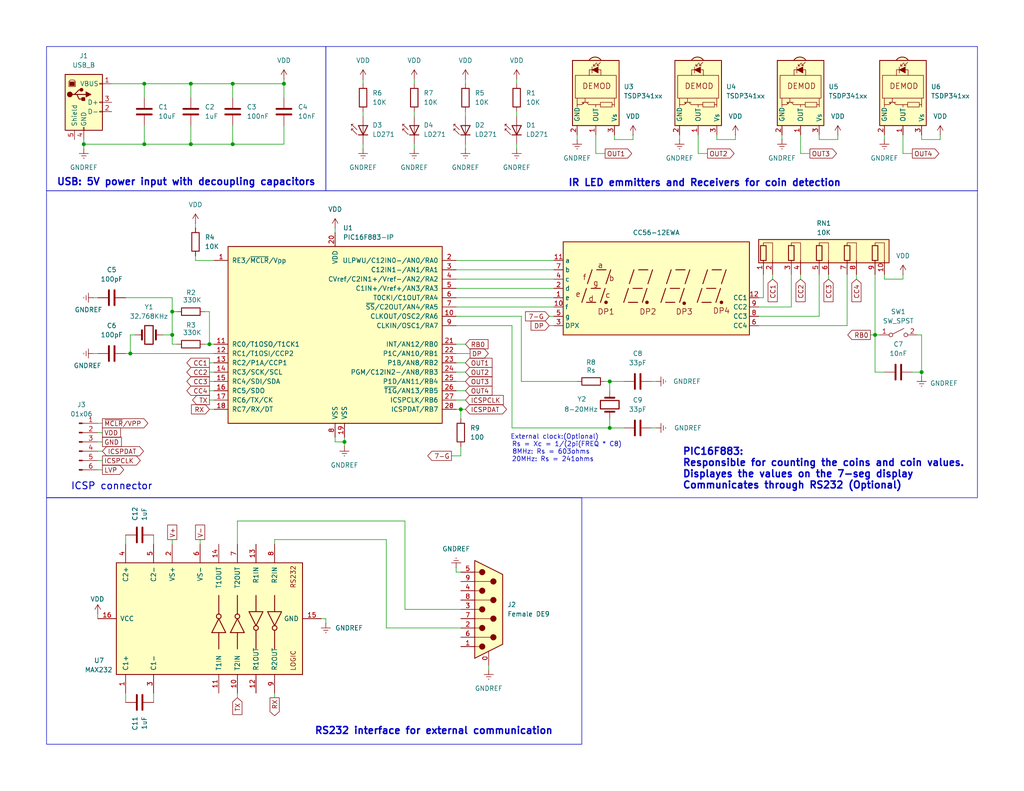
<source format=kicad_sch>
(kicad_sch (version 20250114) (generator "eeschema") (generator_version "9.0")
  (paper "A")
  (title_block (title "Coin Counter") (date "2025-09-20") (rev "A") (company "New Jersey Institute of Technology"))
  (lib_symbols
    (symbol "Connector:Conn_01x06_Pin" (pin_names (offset 1.016) (hide yes))
      (property "Reference" "J" (at 0 7.62 0))
      (property "Value" "Conn_01x06_Pin" (at 0 -10.16 0))
      (symbol "Conn_01x06_Pin_1_1"
        (pin passive line (at 5.08 5.08 180) (length 3.81) (name "Pin_1") (number "1"))
        (pin passive line (at 5.08 2.54 180) (length 3.81) (name "Pin_2") (number "2"))
        (pin passive line (at 5.08 0 180) (length 3.81) (name "Pin_3") (number "3"))
        (pin passive line (at 5.08 -2.54 180) (length 3.81) (name "Pin_4") (number "4"))
        (pin passive line (at 5.08 -5.08 180) (length 3.81) (name "Pin_5") (number "5"))
        (pin passive line (at 5.08 -7.62 180) (length 3.81) (name "Pin_6") (number "6"))
      )
    )
    (symbol "Connector:DE9_Pins_MountingHoles" (pin_names (offset 1.016) (hide yes))
      (property "Reference" "J" (at 0 16.51 0))
      (property "Value" "DE9_Pins_MountingHoles" (at 0 14.605 0))
      (symbol "DE9_Pins_MountingHoles_1_1"
        (pin passive line (at -7.62 10.16 0) (length 3.81) (name "5") (number "5"))
        (pin passive line (at -7.62 7.62 0) (length 3.81) (name "9") (number "9"))
        (pin passive line (at -7.62 5.08 0) (length 3.81) (name "4") (number "4"))
        (pin passive line (at -7.62 2.54 0) (length 3.81) (name "8") (number "8"))
        (pin passive line (at -7.62 0 0) (length 3.81) (name "3") (number "3"))
        (pin passive line (at -7.62 -2.54 0) (length 3.81) (name "7") (number "7"))
        (pin passive line (at -7.62 -5.08 0) (length 3.81) (name "2") (number "2"))
        (pin passive line (at -7.62 -7.62 0) (length 3.81) (name "6") (number "6"))
        (pin passive line (at -7.62 -10.16 0) (length 3.81) (name "1") (number "1"))
        (pin passive line (at 0 -15.24 90) (length 3.81) (name "PAD") (number "0"))
      )
    )
    (symbol "Connector:USB_B" (pin_names (offset 1.016))
      (property "Reference" "J" (at -5.08 11.43 0))
      (property "Value" "USB_B" (at -5.08 8.89 0))
      (symbol "USB_B_1_1"
        (pin passive line (at -2.54 -10.16 90) (length 2.54) (name "Shield") (number "5"))
        (pin power_out line (at 0 -10.16 90) (length 2.54) (name "GND") (number "4"))
        (pin power_out line (at 7.62 5.08 180) (length 2.54) (name "VBUS") (number "1"))
        (pin bidirectional line (at 7.62 0 180) (length 2.54) (name "D+") (number "3"))
        (pin bidirectional line (at 7.62 -2.54 180) (length 2.54) (name "D-") (number "2"))
      )
    )
    (symbol "Device:C" (pin_numbers (hide yes)) (pin_names (offset 0.254))
      (property "Reference" "C" (at 0.635 2.54 0))
      (property "Value" "C" (at 0.635 -2.54 0))
      (symbol "C_1_1"
        (pin passive line (at 0 3.81 270) (length 2.794) (name "~") (number "1"))
        (pin passive line (at 0 -3.81 90) (length 2.794) (name "~") (number "2"))
      )
    )
    (symbol "Device:Crystal" (pin_numbers (hide yes)) (pin_names (offset 1.016) (hide yes))
      (property "Reference" "Y" (at 0 3.81 0))
      (property "Value" "Crystal" (at 0 -3.81 0))
      (symbol "Crystal_1_1"
        (pin passive line (at -3.81 0 0) (length 1.27) (name "1") (number "1"))
        (pin passive line (at 3.81 0 180) (length 1.27) (name "2") (number "2"))
      )
    )
    (symbol "Device:R" (pin_numbers (hide yes)) (pin_names (offset 0))
      (property "Reference" "R" (at 2.032 0 90))
      (property "Value" "R" (at 0 0 90))
      (symbol "R_1_1"
        (pin passive line (at 0 3.81 270) (length 1.27) (name "~") (number "1"))
        (pin passive line (at 0 -3.81 90) (length 1.27) (name "~") (number "2"))
      )
    )
    (symbol "Device:R_Pack05_SIP" (pin_names (offset 0) (hide yes))
      (property "Reference" "RN" (at -17.78 0 90))
      (property "Value" "R_Pack05_SIP" (at 20.32 0 90))
      (symbol "R_Pack05_SIP_1_1"
        (pin passive line (at -15.24 -5.08 90) (length 3.81) (name "R1.1") (number "1"))
        (pin passive line (at -12.7 -5.08 90) (length 3.81) (name "R1.2") (number "2"))
        (pin passive line (at -7.62 -5.08 90) (length 3.81) (name "R2.1") (number "3"))
        (pin passive line (at -5.08 -5.08 90) (length 3.81) (name "R2.2") (number "4"))
        (pin passive line (at 0 -5.08 90) (length 3.81) (name "R3.1") (number "5"))
        (pin passive line (at 2.54 -5.08 90) (length 3.81) (name "R3.2") (number "6"))
        (pin passive line (at 7.62 -5.08 90) (length 3.81) (name "R4.1") (number "7"))
        (pin passive line (at 10.16 -5.08 90) (length 3.81) (name "R4.2") (number "8"))
        (pin passive line (at 15.24 -5.08 90) (length 3.81) (name "R5.1") (number "9"))
        (pin passive line (at 17.78 -5.08 90) (length 3.81) (name "R5.2") (number "10"))
      )
    )
    (symbol "Display_Character:CC56-12EWA"
      (property "Reference" "U" (at -24.13 13.97 0))
      (property "Value" "CC56-12EWA" (at 19.05 13.97 0))
      (symbol "CC56-12EWA_0_0"
        (text "e" (at -21.336 -1.524 0) (effects (font (size 1.524 1.524))))
        (text "f" (at -19.558 3.048 0) (effects (font (size 1.524 1.524))))
        (text "d" (at -17.78 -2.794 0) (effects (font (size 1.524 1.524))))
        (text "g" (at -16.51 1.524 0) (effects (font (size 1.524 1.524))))
        (text "a" (at -15.24 6.35 0) (effects (font (size 1.524 1.524))))
        (text "DP1" (at -13.716 -6.35 0) (effects (font (size 1.524 1.524))))
        (text "c" (at -13.208 -1.778 0) (effects (font (size 1.524 1.524))))
        (text "b" (at -12.192 2.794 0) (effects (font (size 1.524 1.524))))
        (text "DP2" (at -2.286 -6.35 0) (effects (font (size 1.524 1.524))))
        (text "DP3" (at 7.62 -6.35 0) (effects (font (size 1.524 1.524))))
        (text "DP4" (at 17.78 -6.096 0) (effects (font (size 1.524 1.524))))
      )
      (symbol "CC56-12EWA_1_1"
        (pin input line (at -27.94 7.62 0) (length 2.54) (name "a") (number "11"))
        (pin input line (at -27.94 5.08 0) (length 2.54) (name "b") (number "7"))
        (pin input line (at -27.94 2.54 0) (length 2.54) (name "c") (number "4"))
        (pin input line (at -27.94 0 0) (length 2.54) (name "d") (number "2"))
        (pin input line (at -27.94 -2.54 0) (length 2.54) (name "e") (number "1"))
        (pin input line (at -27.94 -5.08 0) (length 2.54) (name "f") (number "10"))
        (pin input line (at -27.94 -7.62 0) (length 2.54) (name "g") (number "5"))
        (pin input line (at -27.94 -10.16 0) (length 2.54) (name "DPX") (number "3"))
        (pin input line (at 27.94 -2.54 180) (length 2.54) (name "CC1") (number "12"))
        (pin input line (at 27.94 -5.08 180) (length 2.54) (name "CC2") (number "9"))
        (pin input line (at 27.94 -7.62 180) (length 2.54) (name "CC3") (number "8"))
        (pin input line (at 27.94 -10.16 180) (length 2.54) (name "CC4") (number "6"))
      )
    )
    (symbol "Interface_Optical:TSDP341xx" (pin_names (offset 1.016))
      (property "Reference" "U" (at -10.16 7.62 0))
      (property "Value" "TSDP341xx" (at -10.16 -7.62 0))
      (symbol "TSDP341xx_0_0"
        (text "DEMOD" (at -3.175 0.254 900) (effects (font (size 1.524 1.524))))
      )
      (symbol "TSDP341xx_1_1"
        (pin power_in line (at 10.16 5.08 180) (length 2.54) (name "Vs") (number "3"))
        (pin output line (at 10.16 0 180) (length 2.54) (name "OUT") (number "1"))
        (pin power_in line (at 10.16 -5.08 180) (length 2.54) (name "GND") (number "2"))
      )
    )
    (symbol "Interface_UART:MAX232" (pin_names (offset 1.016))
      (property "Reference" "U" (at -2.54 28.575 0))
      (property "Value" "MAX232" (at -2.54 26.67 0))
      (symbol "MAX232_0_0"
        (text "LOGIC" (at -11.43 -22.86 0) (effects (font (size 1.27 1.27))))
        (text "RS232" (at 11.43 -22.86 0) (effects (font (size 1.27 1.27))))
      )
      (symbol "MAX232_1_1"
        (pin passive line (at -20.32 22.86 0) (length 5.08) (name "C1+") (number "1"))
        (pin passive line (at -20.32 15.24 0) (length 5.08) (name "C1-") (number "3"))
        (pin input line (at -20.32 -2.54 0) (length 5.08) (name "T1IN") (number "11"))
        (pin input line (at -20.32 -7.62 0) (length 5.08) (name "T2IN") (number "10"))
        (pin output line (at -20.32 -12.7 0) (length 5.08) (name "R1OUT") (number "12"))
        (pin output line (at -20.32 -17.78 0) (length 5.08) (name "R2OUT") (number "9"))
        (pin power_in line (at 0 30.48 270) (length 5.08) (name "VCC") (number "16"))
        (pin power_in line (at 0 -30.48 90) (length 5.08) (name "GND") (number "15"))
        (pin passive line (at 20.32 22.86 180) (length 5.08) (name "C2+") (number "4"))
        (pin passive line (at 20.32 15.24 180) (length 5.08) (name "C2-") (number "5"))
        (pin power_out line (at 20.32 10.16 180) (length 5.08) (name "VS+") (number "2"))
        (pin power_out line (at 20.32 2.54 180) (length 5.08) (name "VS-") (number "6"))
        (pin output line (at 20.32 -2.54 180) (length 5.08) (name "T1OUT") (number "14"))
        (pin output line (at 20.32 -7.62 180) (length 5.08) (name "T2OUT") (number "7"))
        (pin input line (at 20.32 -12.7 180) (length 5.08) (name "R1IN") (number "13"))
        (pin input line (at 20.32 -17.78 180) (length 5.08) (name "R2IN") (number "8"))
      )
    )
    (symbol "LED:LD271" (pin_numbers (hide yes)) (pin_names (offset 1.016) (hide yes))
      (property "Reference" "D" (at 0.508 1.778 0))
      (property "Value" "LD271" (at -1.016 -2.794 0))
      (symbol "LD271_1_1"
        (pin passive line (at -5.08 0 0) (length 2.54) (name "K") (number "1"))
        (pin passive line (at 2.54 0 180) (length 2.54) (name "A") (number "2"))
      )
    )
    (symbol "MCU_Microchip_PIC16:PIC16F883-IP" (pin_names (offset 1.016))
      (property "Reference" "U" (at 13.97 27.94 0))
      (property "Value" "PIC16F883-IP" (at 13.97 25.4 0))
      (symbol "PIC16F883-IP_1_1"
        (pin bidirectional line (at -33.02 20.32 0) (length 3.81) (name "RE3/~{MCLR}/Vpp") (number "1"))
        (pin bidirectional line (at -33.02 -2.54 0) (length 3.81) (name "RC0/T1OSO/T1CK1") (number "11"))
        (pin bidirectional line (at -33.02 -5.08 0) (length 3.81) (name "RC1/T1OSI/CCP2") (number "12"))
        (pin bidirectional line (at -33.02 -7.62 0) (length 3.81) (name "RC2/P1A/CCP1") (number "13"))
        (pin bidirectional line (at -33.02 -10.16 0) (length 3.81) (name "RC3/SCK/SCL") (number "14"))
        (pin bidirectional line (at -33.02 -12.7 0) (length 3.81) (name "RC4/SDI/SDA") (number "15"))
        (pin bidirectional line (at -33.02 -15.24 0) (length 3.81) (name "RC5/SDO") (number "16"))
        (pin bidirectional line (at -33.02 -17.78 0) (length 3.81) (name "RC6/TX/CK") (number "17"))
        (pin bidirectional line (at -33.02 -20.32 0) (length 3.81) (name "RC7/RX/DT") (number "18"))
        (pin power_in line (at 0 27.94 270) (length 3.81) (name "VDD") (number "20"))
        (pin power_in line (at 0 -27.94 90) (length 3.81) (name "VSS") (number "8"))
        (pin power_in line (at 2.54 -27.94 90) (length 3.81) (name "VSS") (number "19"))
        (pin bidirectional line (at 33.02 20.32 180) (length 3.81) (name "ULPWU/C12IN0-/AN0/RA0") (number "2"))
        (pin bidirectional line (at 33.02 17.78 180) (length 3.81) (name "C12IN1-/AN1/RA1") (number "3"))
        (pin bidirectional line (at 33.02 15.24 180) (length 3.81) (name "CVref/C2IN1+/Vref-/AN2/RA2") (number "4"))
        (pin bidirectional line (at 33.02 12.7 180) (length 3.81) (name "C1IN+/Vref+/AN3/RA3") (number "5"))
        (pin bidirectional line (at 33.02 10.16 180) (length 3.81) (name "T0CKI/C1OUT/RA4") (number "6"))
        (pin bidirectional line (at 33.02 7.62 180) (length 3.81) (name "~{SS}/C2OUT/AN4/RA5") (number "7"))
        (pin bidirectional line (at 33.02 5.08 180) (length 3.81) (name "CLKOUT/OSC2/RA6") (number "10"))
        (pin input line (at 33.02 2.54 180) (length 3.81) (name "CLKIN/OSC1/RA7") (number "9"))
        (pin bidirectional line (at 33.02 -2.54 180) (length 3.81) (name "INT/AN12/RB0") (number "21"))
        (pin bidirectional line (at 33.02 -5.08 180) (length 3.81) (name "P1C/AN10/RB1") (number "22"))
        (pin bidirectional line (at 33.02 -7.62 180) (length 3.81) (name "P1B/AN8/RB2") (number "23"))
        (pin bidirectional line (at 33.02 -10.16 180) (length 3.81) (name "PGM/C12IN2-/AN8/RB3") (number "24"))
        (pin bidirectional line (at 33.02 -12.7 180) (length 3.81) (name "P1D/AN11/RB4") (number "25"))
        (pin bidirectional line (at 33.02 -15.24 180) (length 3.81) (name "~{T1G}/AN13/RB5") (number "26"))
        (pin bidirectional line (at 33.02 -17.78 180) (length 3.81) (name "ICSPCLK/RB6") (number "27"))
        (pin bidirectional line (at 33.02 -20.32 180) (length 3.81) (name "ICSPDAT/RB7") (number "28"))
      )
    )
    (symbol "Switch:SW_SPST" (pin_names (offset 0) (hide yes))
      (property "Reference" "SW" (at 0 3.175 0))
      (property "Value" "SW_SPST" (at 0 -2.54 0))
      (symbol "SW_SPST_1_1"
        (pin passive line (at -5.08 0 0) (length 2.54) (name "A") (number "1"))
        (pin passive line (at 5.08 0 180) (length 2.54) (name "B") (number "2"))
      )
    )
    (symbol "power:GNDREF" (power) (pin_numbers (hide yes)) (pin_names (offset 0) (hide yes))
      (property "Value" "GNDREF" (at 0 -3.81 0))
      (symbol "GNDREF_1_1"
        (pin power_in line (at 0 0 270) (length 0) (name "~") (number "1"))
      )
    )
    (symbol "power:VDD" (power) (pin_numbers (hide yes)) (pin_names (offset 0) (hide yes))
      (property "Value" "VDD" (at 0 3.556 0))
      (symbol "VDD_1_1"
        (pin power_in line (at 0 0 90) (length 0) (name "~") (number "1"))
      )
    )
  )
  (rectangle (start 88.9 12.7) (end 266.7 52.07))
  (rectangle (start 12.7 12.7) (end 88.9 52.07))
  (rectangle (start 12.7 52.07) (end 266.7 135.89))
  (rectangle (start 12.7 135.89) (end 158.75 203.2))
  (text "  External clock:(Optional)\n	    Rs = Xc = 1/(2pi(FREQ * C8)\n8MHz: Rs = 603ohms\n 20MHz: Rs = 241ohms" (at 150.368 122.428 0) (effects (font (size 1.27 1.27))))
  (text "USB: 5V power input with decoupling capacitors" (at 50.8 49.784 0) (effects (font (size 1.905 1.905) (thickness 0.381) (bold yes))))
  (text "RS232 interface for external communication" (at 118.364 199.644 0) (effects (font (size 1.905 1.905) (thickness 0.381) (bold yes))))
  (text "PIC16F883:\nResponsible for counting the coins and coin values.\nDisplayes the values on the 7-seg display\nCommunicates through RS232 (Optional)\n" (at 186.182 128.016 0) (effects (font (size 1.905 1.905) (thickness 0.381) (bold yes)) (justify left)))
  (text "IR LED emmitters and Receivers for coin detection" (at 192.278 50.038 0) (effects (font (size 1.905 1.905) (thickness 0.381) (bold yes))))
  (text "ICSP connector" (at 30.48 132.842 0) (effects (font (size 1.905 1.905) (thickness 0.254) (bold yes))))
  (junction (at 93.98 120.65))
  (junction (at 166.37 116.84))
  (junction (at 35.56 96.52))
  (junction (at 77.47 22.86))
  (junction (at 22.86 39.37))
  (junction (at 39.37 39.37))
  (junction (at 52.07 39.37))
  (junction (at 46.99 85.09))
  (junction (at 63.5 22.86))
  (junction (at 57.15 93.98))
  (junction (at 39.37 22.86))
  (junction (at 52.07 22.86))
  (junction (at 63.5 39.37))
  (junction (at 46.99 91.44))
  (junction (at 125.73 111.76))
  (junction (at 251.46 101.6))
  (junction (at 166.37 104.14))
  (junction (at 238.76 91.44))
  (wire (pts (xy 39.37 22.86) (xy 52.07 22.86)))
  (wire (pts (xy 77.47 34.29) (xy 77.47 39.37)))
  (wire (pts (xy 52.07 34.29) (xy 52.07 39.37)))
  (wire (pts (xy 35.56 96.52) (xy 58.42 96.52)))
  (wire (pts (xy 35.56 91.44) (xy 36.83 91.44)))
  (wire (pts (xy 241.3 101.6) (xy 238.76 101.6)))
  (wire (pts (xy 166.37 116.84) (xy 170.18 116.84)))
  (wire (pts (xy 58.42 111.76) (xy 57.15 111.76)))
  (wire (pts (xy 167.64 38.1) (xy 167.64 36.83)))
  (wire (pts (xy 113.03 30.48) (xy 113.03 31.75)))
  (wire (pts (xy 238.76 101.6) (xy 238.76 91.44)))
  (wire (pts (xy 157.48 36.83) (xy 157.48 38.1)))
  (wire (pts (xy 48.26 85.09) (xy 46.99 85.09)))
  (wire (pts (xy 58.42 101.6) (xy 57.15 101.6)))
  (wire (pts (xy 190.5 36.83) (xy 190.5 41.91)))
  (wire (pts (xy 39.37 39.37) (xy 22.86 39.37)))
  (wire (pts (xy 25.4 96.52) (xy 26.67 96.52)))
  (wire (pts (xy 241.3 74.93) (xy 241.3 76.2)))
  (wire (pts (xy 93.98 120.65) (xy 93.98 121.92)))
  (wire (pts (xy 246.38 36.83) (xy 246.38 41.91)))
  (wire (pts (xy 215.9 74.93) (xy 215.9 83.82)))
  (wire (pts (xy 41.91 191.77) (xy 41.91 189.23)))
  (wire (pts (xy 35.56 96.52) (xy 34.29 96.52)))
  (wire (pts (xy 25.4 81.28) (xy 26.67 81.28)))
  (wire (pts (xy 125.73 111.76) (xy 127 111.76)))
  (wire (pts (xy 87.63 168.91) (xy 88.9 168.91)))
  (wire (pts (xy 74.93 147.32) (xy 105.41 147.32)))
  (wire (pts (xy -152.4 123.19) (xy -151.13 123.19)))
  (wire (pts (xy 124.46 96.52) (xy 128.27 96.52)))
  (wire (pts (xy 77.47 39.37) (xy 63.5 39.37)))
  (wire (pts (xy 124.46 78.74) (xy 151.13 78.74)))
  (wire (pts (xy 125.73 121.92) (xy 125.73 124.46)))
  (wire (pts (xy 53.34 69.85) (xy 53.34 71.12)))
  (wire (pts (xy 195.58 38.1) (xy 195.58 36.83)))
  (wire (pts (xy 58.42 93.98) (xy 57.15 93.98)))
  (wire (pts (xy 88.9 168.91) (xy 88.9 170.18)))
  (wire (pts (xy 248.92 101.6) (xy 251.46 101.6)))
  (wire (pts (xy 44.45 91.44) (xy 46.99 91.44)))
  (wire (pts (xy 91.44 119.38) (xy 91.44 120.65)))
  (wire (pts (xy 41.91 148.59) (xy 41.91 146.05)))
  (wire (pts (xy 54.61 147.32) (xy 54.61 148.59)))
  (wire (pts (xy 124.46 111.76) (xy 125.73 111.76)))
  (wire (pts (xy 55.88 93.98) (xy 57.15 93.98)))
  (wire (pts (xy 179.07 104.14) (xy 177.8 104.14)))
  (wire (pts (xy 166.37 114.3) (xy 166.37 116.84)))
  (wire (pts (xy 124.46 83.82) (xy 151.13 83.82)))
  (wire (pts (xy 210.82 74.93) (xy 210.82 76.2)))
  (wire (pts (xy 177.8 116.84) (xy 179.07 116.84)))
  (wire (pts (xy 52.07 39.37) (xy 39.37 39.37)))
  (wire (pts (xy 238.76 74.93) (xy 238.76 91.44)))
  (wire (pts (xy 124.46 99.06) (xy 127 99.06)))
  (wire (pts (xy 218.44 36.83) (xy 218.44 41.91)))
  (wire (pts (xy 110.49 142.24) (xy 110.49 166.37)))
  (wire (pts (xy 140.97 21.59) (xy 140.97 22.86)))
  (wire (pts (xy 246.38 76.2) (xy 241.3 76.2)))
  (wire (pts (xy 74.93 190.5) (xy 74.93 189.23)))
  (wire (pts (xy 77.47 21.59) (xy 77.47 22.86)))
  (wire (pts (xy 127 21.59) (xy 127 22.86)))
  (wire (pts (xy 93.98 119.38) (xy 93.98 120.65)))
  (wire (pts (xy 200.66 38.1) (xy 195.58 38.1)))
  (wire (pts (xy 99.06 21.59) (xy 99.06 22.86)))
  (wire (pts (xy 140.97 39.37) (xy 140.97 40.64)))
  (wire (pts (xy 124.46 73.66) (xy 151.13 73.66)))
  (wire (pts (xy 46.99 93.98) (xy 48.26 93.98)))
  (wire (pts (xy 52.07 26.67) (xy 52.07 22.86)))
  (wire (pts (xy 26.67 120.65) (xy 27.94 120.65)))
  (wire (pts (xy 149.86 86.36) (xy 151.13 86.36)))
  (wire (pts (xy 228.6 38.1) (xy 223.52 38.1)))
  (wire (pts (xy 39.37 34.29) (xy 39.37 39.37)))
  (wire (pts (xy 166.37 106.68) (xy 166.37 104.14)))
  (wire (pts (xy 142.24 104.14) (xy 142.24 86.36)))
  (wire (pts (xy 228.6 36.83) (xy 228.6 38.1)))
  (wire (pts (xy 251.46 101.6) (xy 251.46 91.44)))
  (wire (pts (xy 162.56 36.83) (xy 162.56 41.91)))
  (wire (pts (xy 64.77 142.24) (xy 110.49 142.24)))
  (wire (pts (xy 231.14 74.93) (xy 231.14 88.9)))
  (wire (pts (xy 140.97 30.48) (xy 140.97 31.75)))
  (wire (pts (xy 99.06 39.37) (xy 99.06 40.64)))
  (wire (pts (xy 74.93 148.59) (xy 74.93 147.32)))
  (wire (pts (xy 124.46 76.2) (xy 151.13 76.2)))
  (wire (pts (xy 63.5 39.37) (xy 52.07 39.37)))
  (wire (pts (xy 91.44 62.23) (xy 91.44 63.5)))
  (wire (pts (xy 77.47 22.86) (xy 63.5 22.86)))
  (wire (pts (xy 34.29 148.59) (xy 34.29 146.05)))
  (wire (pts (xy 26.67 115.57) (xy 27.94 115.57)))
  (wire (pts (xy 218.44 74.93) (xy 218.44 76.2)))
  (wire (pts (xy 248.92 41.91) (xy 246.38 41.91)))
  (wire (pts (xy 124.46 101.6) (xy 127 101.6)))
  (wire (pts (xy 142.24 86.36) (xy 124.46 86.36)))
  (wire (pts (xy 226.06 74.93) (xy 226.06 76.2)))
  (wire (pts (xy 139.7 116.84) (xy 139.7 88.9)))
  (wire (pts (xy 46.99 147.32) (xy 46.99 148.59)))
  (wire (pts (xy 133.35 181.61) (xy 133.35 182.88)))
  (wire (pts (xy 165.1 104.14) (xy 166.37 104.14)))
  (wire (pts (xy 241.3 36.83) (xy 241.3 38.1)))
  (wire (pts (xy 251.46 38.1) (xy 251.46 36.83)))
  (wire (pts (xy 200.66 36.83) (xy 200.66 38.1)))
  (wire (pts (xy 64.77 190.5) (xy 64.77 189.23)))
  (wire (pts (xy 113.03 39.37) (xy 113.03 40.64)))
  (wire (pts (xy 34.29 81.28) (xy 46.99 81.28)))
  (wire (pts (xy 105.41 147.32) (xy 105.41 171.45)))
  (wire (pts (xy 26.67 128.27) (xy 27.94 128.27)))
  (wire (pts (xy 110.49 166.37) (xy 125.73 166.37)))
  (wire (pts (xy 39.37 26.67) (xy 39.37 22.86)))
  (wire (pts (xy 26.67 118.11) (xy 27.94 118.11)))
  (wire (pts (xy 237.49 91.44) (xy 238.76 91.44)))
  (wire (pts (xy 215.9 83.82) (xy 207.01 83.82)))
  (wire (pts (xy 256.54 36.83) (xy 256.54 38.1)))
  (wire (pts (xy 251.46 101.6) (xy 251.46 102.87)))
  (wire (pts (xy 149.86 88.9) (xy 151.13 88.9)))
  (wire (pts (xy 99.06 30.48) (xy 99.06 31.75)))
  (wire (pts (xy 124.46 156.21) (xy 124.46 154.94)))
  (wire (pts (xy 165.1 41.91) (xy 162.56 41.91)))
  (wire (pts (xy 256.54 38.1) (xy 251.46 38.1)))
  (wire (pts (xy 166.37 104.14) (xy 170.18 104.14)))
  (wire (pts (xy 250.19 91.44) (xy 251.46 91.44)))
  (wire (pts (xy 223.52 74.93) (xy 223.52 86.36)))
  (wire (pts (xy 220.98 41.91) (xy 218.44 41.91)))
  (wire (pts (xy 246.38 74.93) (xy 246.38 76.2)))
  (wire (pts (xy 213.36 36.83) (xy 213.36 38.1)))
  (wire (pts (xy 172.72 38.1) (xy 167.64 38.1)))
  (wire (pts (xy 34.29 191.77) (xy 34.29 189.23)))
  (wire (pts (xy 64.77 148.59) (xy 64.77 142.24)))
  (wire (pts (xy 113.03 21.59) (xy 113.03 22.86)))
  (wire (pts (xy 223.52 86.36) (xy 207.01 86.36)))
  (wire (pts (xy 193.04 41.91) (xy 190.5 41.91)))
  (wire (pts (xy 35.56 91.44) (xy 35.56 96.52)))
  (wire (pts (xy 91.44 120.65) (xy 93.98 120.65)))
  (wire (pts (xy 55.88 85.09) (xy 57.15 85.09)))
  (wire (pts (xy 26.67 125.73) (xy 27.94 125.73)))
  (wire (pts (xy 124.46 109.22) (xy 127 109.22)))
  (wire (pts (xy 77.47 26.67) (xy 77.47 22.86)))
  (wire (pts (xy 46.99 91.44) (xy 46.99 93.98)))
  (wire (pts (xy 46.99 85.09) (xy 46.99 91.44)))
  (wire (pts (xy 63.5 34.29) (xy 63.5 39.37)))
  (wire (pts (xy 125.73 111.76) (xy 125.73 114.3)))
  (wire (pts (xy 124.46 88.9) (xy 139.7 88.9)))
  (wire (pts (xy 58.42 104.14) (xy 57.15 104.14)))
  (wire (pts (xy 142.24 104.14) (xy 157.48 104.14)))
  (wire (pts (xy 58.42 106.68) (xy 57.15 106.68)))
  (wire (pts (xy 125.73 124.46) (xy 123.19 124.46)))
  (wire (pts (xy 22.86 38.1) (xy 22.86 39.37)))
  (wire (pts (xy -135.89 123.19) (xy -143.51 123.19)))
  (wire (pts (xy 53.34 71.12) (xy 58.42 71.12)))
  (wire (pts (xy 58.42 109.22) (xy 57.15 109.22)))
  (wire (pts (xy 208.28 81.28) (xy 207.01 81.28)))
  (wire (pts (xy 127 39.37) (xy 127 40.64)))
  (wire (pts (xy 127 30.48) (xy 127 31.75)))
  (wire (pts (xy 26.67 167.64) (xy 26.67 168.91)))
  (wire (pts (xy 124.46 104.14) (xy 127 104.14)))
  (wire (pts (xy 124.46 106.68) (xy 127 106.68)))
  (wire (pts (xy 26.67 123.19) (xy 27.94 123.19)))
  (wire (pts (xy 139.7 116.84) (xy 166.37 116.84)))
  (wire (pts (xy 57.15 85.09) (xy 57.15 93.98)))
  (wire (pts (xy 124.46 93.98) (xy 127 93.98)))
  (wire (pts (xy 240.03 91.44) (xy 238.76 91.44)))
  (wire (pts (xy 124.46 156.21) (xy 125.73 156.21)))
  (wire (pts (xy 185.42 36.83) (xy 185.42 38.1)))
  (wire (pts (xy 105.41 171.45) (xy 125.73 171.45)))
  (wire (pts (xy 233.68 74.93) (xy 233.68 76.2)))
  (wire (pts (xy 124.46 71.12) (xy 151.13 71.12)))
  (wire (pts (xy 208.28 74.93) (xy 208.28 81.28)))
  (wire (pts (xy 30.48 22.86) (xy 39.37 22.86)))
  (wire (pts (xy 124.46 81.28) (xy 151.13 81.28)))
  (wire (pts (xy 63.5 22.86) (xy 52.07 22.86)))
  (wire (pts (xy 53.34 60.96) (xy 53.34 62.23)))
  (wire (pts (xy 223.52 38.1) (xy 223.52 36.83)))
  (wire (pts (xy 46.99 81.28) (xy 46.99 85.09)))
  (wire (pts (xy 22.86 39.37) (xy 22.86 40.64)))
  (wire (pts (xy 63.5 26.67) (xy 63.5 22.86)))
  (wire (pts (xy 172.72 36.83) (xy 172.72 38.1)))
  (wire (pts (xy 58.42 99.06) (xy 57.15 99.06)))
  (wire (pts (xy 231.14 88.9) (xy 207.01 88.9)))
  (global_label "DP" (shape input) (at 149.86 88.9 180) (property "Intersheetrefs" "${INTERSHEET_REFS}" (effects (hide yes))))
  (global_label "CC2" (shape input) (at 218.44 76.2 270) (property "Intersheetrefs" "${INTERSHEET_REFS}" (effects (hide yes))))
  (global_label "CC3" (shape output) (at 57.15 104.14 180) (property "Intersheetrefs" "${INTERSHEET_REFS}" (effects (hide yes))))
  (global_label "RX" (shape input) (at 57.15 111.76 180) (property "Intersheetrefs" "${INTERSHEET_REFS}" (effects (hide yes))))
  (global_label "7-G" (shape output) (at 123.19 124.46 180) (property "Intersheetrefs" "${INTERSHEET_REFS}" (effects (hide yes))))
  (global_label "RB0" (shape output) (at 237.49 91.44 180) (property "Intersheetrefs" "${INTERSHEET_REFS}" (effects (hide yes))))
  (global_label "LVP" (shape output) (at 27.94 128.27 0) (property "Intersheetrefs" "${INTERSHEET_REFS}" (effects (hide yes))))
  (global_label "7-G" (shape input) (at 149.86 86.36 180) (property "Intersheetrefs" "${INTERSHEET_REFS}" (effects (hide yes))))
  (global_label "OUT3" (shape input) (at 127 104.14 0) (property "Intersheetrefs" "${INTERSHEET_REFS}" (effects (hide yes))))
  (global_label "OUT1" (shape output) (at 165.1 41.91 0) (property "Intersheetrefs" "${INTERSHEET_REFS}" (effects (hide yes))))
  (global_label "TX" (shape output) (at 57.15 109.22 180) (property "Intersheetrefs" "${INTERSHEET_REFS}" (effects (hide yes))))
  (global_label "CC1" (shape output) (at 57.15 99.06 180) (property "Intersheetrefs" "${INTERSHEET_REFS}" (effects (hide yes))))
  (global_label "OUT1" (shape input) (at 127 99.06 0) (property "Intersheetrefs" "${INTERSHEET_REFS}" (effects (hide yes))))
  (global_label "ICSPCLK" (shape input) (at 127 109.22 0) (property "Intersheetrefs" "${INTERSHEET_REFS}" (effects (hide yes))))
  (global_label "CC1" (shape input) (at 210.82 76.2 270) (property "Intersheetrefs" "${INTERSHEET_REFS}" (effects (hide yes))))
  (global_label "OUT4" (shape output) (at 248.92 41.91 0) (property "Intersheetrefs" "${INTERSHEET_REFS}" (effects (hide yes))))
  (global_label "RX" (shape output) (at 74.93 190.5 270) (property "Intersheetrefs" "${INTERSHEET_REFS}" (effects (hide yes))))
  (global_label "CC2" (shape output) (at 57.15 101.6 180) (property "Intersheetrefs" "${INTERSHEET_REFS}" (effects (hide yes))))
  (global_label "V-" (shape passive) (at 54.61 147.32 90) (property "Intersheetrefs" "${INTERSHEET_REFS}" (effects (hide yes))))
  (global_label "OUT2" (shape input) (at 127 101.6 0) (property "Intersheetrefs" "${INTERSHEET_REFS}" (effects (hide yes))))
  (global_label "ICSPDAT" (shape bidirectional) (at 127 111.76 0) (property "Intersheetrefs" "${INTERSHEET_REFS}" (effects (hide yes))))
  (global_label "OUT4" (shape input) (at 127 106.68 0) (property "Intersheetrefs" "${INTERSHEET_REFS}" (effects (hide yes))))
  (global_label "~{MCLR}{slash}VPP" (shape output) (at 27.94 115.57 0) (property "Intersheetrefs" "${INTERSHEET_REFS}" (effects (hide yes))))
  (global_label "ICSPDAT" (shape bidirectional) (at 27.94 123.19 0) (property "Intersheetrefs" "${INTERSHEET_REFS}" (effects (hide yes))))
  (global_label "V+" (shape passive) (at 46.99 147.32 90) (property "Intersheetrefs" "${INTERSHEET_REFS}" (effects (hide yes))))
  (global_label "TX" (shape input) (at 64.77 190.5 270) (property "Intersheetrefs" "${INTERSHEET_REFS}" (effects (hide yes))))
  (global_label "RB0" (shape input) (at 127 93.98 0) (property "Intersheetrefs" "${INTERSHEET_REFS}" (effects (hide yes))))
  (global_label "CC4" (shape output) (at 57.15 106.68 180) (property "Intersheetrefs" "${INTERSHEET_REFS}" (effects (hide yes))))
  (global_label "OUT2" (shape output) (at 193.04 41.91 0) (property "Intersheetrefs" "${INTERSHEET_REFS}" (effects (hide yes))))
  (global_label "VDD" (shape passive) (at 27.94 118.11 0) (property "Intersheetrefs" "${INTERSHEET_REFS}" (effects (hide yes))))
  (global_label "CC4" (shape input) (at 233.68 76.2 270) (property "Intersheetrefs" "${INTERSHEET_REFS}" (effects (hide yes))))
  (global_label "GND" (shape passive) (at 27.94 120.65 0) (property "Intersheetrefs" "${INTERSHEET_REFS}" (effects (hide yes))))
  (global_label "OUT3" (shape output) (at 220.98 41.91 0) (property "Intersheetrefs" "${INTERSHEET_REFS}" (effects (hide yes))))
  (global_label "CC3" (shape input) (at 226.06 76.2 270) (property "Intersheetrefs" "${INTERSHEET_REFS}" (effects (hide yes))))
  (global_label "DP" (shape output) (at 128.27 96.52 0) (property "Intersheetrefs" "${INTERSHEET_REFS}" (effects (hide yes))))
  (global_label "ICSPCLK" (shape output) (at 27.94 125.73 0) (property "Intersheetrefs" "${INTERSHEET_REFS}" (effects (hide yes))))
  (symbol (lib_id "Interface_Optical:TSDP341xx") (at 218.44 26.67 270) (unit 1)
    (property "Reference" "U5" (at 226.06 23.6649 90) (effects (justify left)))
    (property "Value" "TSDP341xx" (at 226.06 26.2049 90) (effects (justify left)))
    (property "Footprint" "OptoDevice:Vishay_MOLD-3Pin" (effects (hide yes)))
    (property "Datasheet" "http://www.vishay.com/docs/82667/tsdp341.pdf" (effects (hide yes)))
    (property "Description" "IR Receiver Modules for Data Transmission" (effects (hide yes)))
  )
  (symbol (lib_id "power:GNDREF") (at 185.42 38.1 0) (unit 1)
    (property "Reference" "#PWR014" (effects (hide yes)))
    (property "Value" "GNDREF" (at 185.42 43.18 0))
    (property "Description" "Power symbol creates a global label with name \"GNDREF\" , reference supply ground" (effects (hide yes)))
  )
  (symbol (lib_id "power:GNDREF") (at 241.3 38.1 0) (unit 1)
    (property "Reference" "#PWR022" (effects (hide yes)))
    (property "Value" "GNDREF" (at 241.3 43.18 0))
    (property "Description" "Power symbol creates a global label with name \"GNDREF\" , reference supply ground" (effects (hide yes)))
  )
  (symbol (lib_id "Device:R") (at 52.07 93.98 270) (unit 1)
    (property "Reference" "R3" (at 53.467 88.773 90) (effects (justify right)))
    (property "Value" "330K" (at 54.991 90.805 90) (effects (justify right)))
    (property "Footprint" "Resistor_THT:R_Axial_DIN0204_L3.6mm_D1.6mm_P7.62mm_Horizontal" (effects (hide yes)))
    (property "Description" "Resistor" (effects (hide yes)))
  )
  (symbol (lib_id "Device:C") (at -179.07 134.62 0) (unit 1)
    (property "Reference" "C13" (at -173.99 133.3499 0) (effects (justify left)))
    (property "Value" "1uF" (at -173.99 135.8899 0) (effects (justify left)))
    (property "Footprint" "Capacitor_THT:C_Disc_D4.3mm_W1.9mm_P5.00mm" (effects (hide yes)))
    (property "Description" "Unpolarized capacitor" (effects (hide yes)))
  )
  (symbol (lib_id "Device:R") (at 127 26.67 0) (unit 1)
    (property "Reference" "R5" (at 129.54 25.3999 0) (effects (justify left)))
    (property "Value" "10K" (at 129.54 27.9399 0) (effects (justify left)))
    (property "Footprint" "Resistor_THT:R_Axial_DIN0204_L3.6mm_D1.6mm_P7.62mm_Horizontal" (effects (hide yes)))
    (property "Description" "Resistor" (effects (hide yes)))
  )
  (symbol (lib_id "power:GNDREF") (at 25.4 81.28 270) (unit 1)
    (property "Reference" "#PWR010" (effects (hide yes)))
    (property "Value" "GNDREF" (at 27.94 84.582 90) (effects (justify right)))
    (property "Description" "Power symbol creates a global label with name \"GNDREF\" , reference supply ground" (effects (hide yes)))
  )
  (symbol (lib_id "Device:C") (at 63.5 30.48 0) (unit 1)
    (property "Reference" "C3" (at 67.31 29.2099 0) (effects (justify left)))
    (property "Value" "100nF" (at 67.31 31.7499 0) (effects (justify left)))
    (property "Footprint" "Capacitor_THT:C_Disc_D4.3mm_W1.9mm_P5.00mm" (effects (hide yes)))
    (property "Description" "Unpolarized capacitor" (effects (hide yes)))
  )
  (symbol (lib_id "Device:C") (at 77.47 30.48 0) (unit 1)
    (property "Reference" "C4" (at 81.28 29.2099 0) (effects (justify left)))
    (property "Value" "10nF" (at 81.28 31.7499 0) (effects (justify left)))
    (property "Footprint" "Capacitor_THT:C_Disc_D4.3mm_W1.9mm_P5.00mm" (effects (hide yes)))
    (property "Description" "Unpolarized capacitor" (effects (hide yes)))
  )
  (symbol (lib_id "LED:LD271") (at 113.03 34.29 90) (unit 1)
    (property "Reference" "D4" (at 115.57 34.1629 90) (effects (justify right)))
    (property "Value" "LD271" (at 115.57 36.7029 90) (effects (justify right)))
    (property "Footprint" "LED_THT:LED_D5.0mm_IRGrey" (effects (hide yes)))
    (property "Datasheet" "http://www.alliedelec.com/m/d/40788c34903a719969df15f1fbea1056.pdf" (effects (hide yes)))
    (property "Description" "940nm IR-LED, 5mm" (effects (hide yes)))
  )
  (symbol (lib_id "power:VDD") (at 228.6 36.83 0) (unit 1)
    (property "Reference" "#PWR021" (effects (hide yes)))
    (property "Value" "VDD" (at 228.6 31.75 0))
    (property "Description" "Power symbol creates a global label with name \"VDD\"" (effects (hide yes)))
  )
  (symbol (lib_id "Device:C") (at 30.48 81.28 270) (unit 1)
    (property "Reference" "C5" (at 30.48 73.66 90))
    (property "Value" "100pF" (at 30.48 76.2 90))
    (property "Footprint" "Capacitor_THT:C_Disc_D4.3mm_W1.9mm_P5.00mm" (effects (hide yes)))
    (property "Description" "Unpolarized capacitor" (effects (hide yes)))
  )
  (symbol (lib_id "power:VDD") (at 53.34 60.96 0) (unit 1)
    (property "Reference" "#PWR011" (effects (hide yes)))
    (property "Value" "VDD" (at 53.34 55.88 0))
    (property "Description" "Power symbol creates a global label with name \"VDD\"" (effects (hide yes)))
  )
  (symbol (lib_id "Device:C") (at 52.07 30.48 0) (unit 1)
    (property "Reference" "C2" (at 55.88 29.2099 0) (effects (justify left)))
    (property "Value" "1uF" (at 55.88 31.7499 0) (effects (justify left)))
    (property "Footprint" "Capacitor_THT:C_Disc_D4.3mm_W1.9mm_P5.00mm" (effects (hide yes)))
    (property "Description" "Unpolarized capacitor" (effects (hide yes)))
  )
  (symbol (lib_id "power:GNDREF") (at 251.46 102.87 0) (unit 1)
    (property "Reference" "#PWR026" (effects (hide yes)))
    (property "Value" "GNDREF" (at 257.556 104.648 0))
    (property "Description" "Power symbol creates a global label with name \"GNDREF\" , reference supply ground" (effects (hide yes)))
  )
  (symbol (lib_id "Device:C") (at 173.99 116.84 90) (mirror x) (unit 1)
    (property "Reference" "C9" (at 173.99 109.22 90))
    (property "Value" "33pF" (at 173.99 111.76 90))
    (property "Footprint" "Capacitor_THT:C_Disc_D4.3mm_W1.9mm_P5.00mm" (effects (hide yes)))
    (property "Description" "Unpolarized capacitor" (effects (hide yes)))
  )
  (symbol (lib_id "Device:C") (at 38.1 191.77 90) (mirror x) (unit 1)
    (property "Reference" "C11" (at 36.8299 195.58 0) (effects (justify left)))
    (property "Value" "1uF" (at 39.3699 195.58 0) (effects (justify left)))
    (property "Footprint" "Capacitor_THT:C_Disc_D4.3mm_W1.9mm_P5.00mm" (effects (hide yes)))
    (property "Description" "Unpolarized capacitor" (effects (hide yes)))
  )
  (symbol (lib_id "power:VDD") (at 200.66 36.83 0) (unit 1)
    (property "Reference" "#PWR015" (effects (hide yes)))
    (property "Value" "VDD" (at 200.66 31.75 0))
    (property "Description" "Power symbol creates a global label with name \"VDD\"" (effects (hide yes)))
  )
  (symbol (lib_id "power:GNDREF") (at 127 40.64 0) (unit 1)
    (property "Reference" "#PWR013" (effects (hide yes)))
    (property "Value" "GNDREF" (at 127 45.72 0))
    (property "Description" "Power symbol creates a global label with name \"GNDREF\" , reference supply ground" (effects (hide yes)))
  )
  (symbol (lib_id "power:VDD") (at 26.67 167.64 0) (unit 1)
    (property "Reference" "#PWR034" (effects (hide yes)))
    (property "Value" "VDD" (at 24.638 163.576 0) (effects (justify left)))
    (property "Description" "Power symbol creates a global label with name \"VDD\"" (effects (hide yes)))
  )
  (symbol (lib_id "Interface_Optical:TSDP341xx") (at 190.5 26.67 270) (unit 1)
    (property "Reference" "U4" (at 198.12 23.6649 90) (effects (justify left)))
    (property "Value" "TSDP341xx" (at 198.12 26.2049 90) (effects (justify left)))
    (property "Footprint" "OptoDevice:Vishay_MOLD-3Pin" (effects (hide yes)))
    (property "Datasheet" "http://www.vishay.com/docs/82667/tsdp341.pdf" (effects (hide yes)))
    (property "Description" "IR Receiver Modules for Data Transmission" (effects (hide yes)))
  )
  (symbol (lib_id "LED:LD271") (at 140.97 34.29 90) (unit 1)
    (property "Reference" "D1" (at 143.51 34.1629 90) (effects (justify right)))
    (property "Value" "LD271" (at 143.51 36.7029 90) (effects (justify right)))
    (property "Footprint" "LED_THT:LED_D5.0mm_IRGrey" (effects (hide yes)))
    (property "Datasheet" "http://www.alliedelec.com/m/d/40788c34903a719969df15f1fbea1056.pdf" (effects (hide yes)))
    (property "Description" "940nm IR-LED, 5mm" (effects (hide yes)))
  )
  (symbol (lib_id "Connector:DE9_Pins_MountingHoles") (at 133.35 166.37 0) (unit 1)
    (property "Reference" "J2" (at 138.43 165.0999 0) (effects (justify left)))
    (property "Value" "Female DE9" (at 138.43 167.6399 0) (effects (justify left)))
    (property "Footprint" "Connector_Dsub:DSUB-9_Pins_Horizontal_P2.77x2.84mm_EdgePinOffset7.70mm_Housed_MountingHolesOffset9.12mm" (effects (hide yes)))
    (property "Description" "9-pin D-SUB connector, pins (male), Mounting Hole" (effects (hide yes)))
  )
  (symbol (lib_id "power:VDD") (at 91.44 62.23 0) (unit 1)
    (property "Reference" "#PWR02" (effects (hide yes)))
    (property "Value" "VDD" (at 91.44 57.15 0))
    (property "Description" "Power symbol creates a global label with name \"VDD\"" (effects (hide yes)))
  )
  (symbol (lib_id "power:GNDREF") (at 93.98 121.92 0) (unit 1)
    (property "Reference" "#PWR01" (effects (hide yes)))
    (property "Value" "GNDREF" (at 93.98 127 0))
    (property "Description" "Power symbol creates a global label with name \"GNDREF\" , reference supply ground" (effects (hide yes)))
  )
  (symbol (lib_id "Device:R") (at 125.73 118.11 0) (unit 1)
    (property "Reference" "R9" (at 128.27 116.8399 0) (effects (justify left)))
    (property "Value" "100" (at 128.27 119.3799 0) (effects (justify left)))
    (property "Footprint" "Resistor_THT:R_Axial_DIN0204_L3.6mm_D1.6mm_P7.62mm_Horizontal" (effects (hide yes)))
    (property "Description" "Resistor" (effects (hide yes)))
  )
  (symbol (lib_id "power:GNDREF") (at 22.86 40.64 0) (unit 1)
    (property "Reference" "#PWR03" (effects (hide yes)))
    (property "Value" "GNDREF" (at 22.86 45.72 0))
    (property "Description" "Power symbol creates a global label with name \"GNDREF\" , reference supply ground" (effects (hide yes)))
  )
  (symbol (lib_id "Interface_Optical:TSDP341xx") (at 162.56 26.67 270) (unit 1)
    (property "Reference" "U3" (at 170.18 23.6649 90) (effects (justify left)))
    (property "Value" "TSDP341xx" (at 170.18 26.2049 90) (effects (justify left)))
    (property "Footprint" "OptoDevice:Vishay_MOLD-3Pin" (effects (hide yes)))
    (property "Datasheet" "http://www.vishay.com/docs/82667/tsdp341.pdf" (effects (hide yes)))
    (property "Description" "IR Receiver Modules for Data Transmission" (effects (hide yes)))
  )
  (symbol (lib_id "power:GNDREF") (at 124.46 154.94 0) (mirror x) (unit 1)
    (property "Reference" "#PWR038" (effects (hide yes)))
    (property "Value" "GNDREF" (at 124.46 149.86 0))
    (property "Description" "Power symbol creates a global label with name \"GNDREF\" , reference supply ground" (effects (hide yes)))
  )
  (symbol (lib_id "Device:C") (at 38.1 146.05 90) (unit 1)
    (property "Reference" "C12" (at 36.8299 142.24 0) (effects (justify left)))
    (property "Value" "1uF" (at 39.3699 142.24 0) (effects (justify left)))
    (property "Footprint" "Capacitor_THT:C_Disc_D4.3mm_W1.9mm_P5.00mm" (effects (hide yes)))
    (property "Description" "Unpolarized capacitor" (effects (hide yes)))
  )
  (symbol (lib_id "power:GNDREF") (at 179.07 104.14 90) (mirror x) (unit 1)
    (property "Reference" "#PWR025" (effects (hide yes)))
    (property "Value" "GNDREF" (at 183.642 104.14 90) (effects (justify right)))
    (property "Description" "Power symbol creates a global label with name \"GNDREF\" , reference supply ground" (effects (hide yes)))
  )
  (symbol (lib_id "Device:R") (at 113.03 26.67 0) (unit 1)
    (property "Reference" "R7" (at 115.57 25.3999 0) (effects (justify left)))
    (property "Value" "10K" (at 115.57 27.9399 0) (effects (justify left)))
    (property "Footprint" "Resistor_THT:R_Axial_DIN0204_L3.6mm_D1.6mm_P7.62mm_Horizontal" (effects (hide yes)))
    (property "Description" "Resistor" (effects (hide yes)))
  )
  (symbol (lib_id "Device:C") (at 173.99 104.14 90) (mirror x) (unit 1)
    (property "Reference" "C8" (at 173.99 96.52 90))
    (property "Value" "33pF" (at 173.99 99.06 90))
    (property "Footprint" "Capacitor_THT:C_Disc_D4.3mm_W1.9mm_P5.00mm" (effects (hide yes)))
    (property "Description" "Unpolarized capacitor" (effects (hide yes)))
  )
  (symbol (lib_id "power:VDD") (at 246.38 74.93 0) (unit 1)
    (property "Reference" "#PWR024" (effects (hide yes)))
    (property "Value" "VDD" (at 246.38 69.85 0))
    (property "Description" "Power symbol creates a global label with name \"VDD\"" (effects (hide yes)))
  )
  (symbol (lib_id "power:GNDREF") (at 179.07 116.84 90) (mirror x) (unit 1)
    (property "Reference" "#PWR027" (effects (hide yes)))
    (property "Value" "GNDREF" (at 183.896 116.84 90) (effects (justify right)))
    (property "Description" "Power symbol creates a global label with name \"GNDREF\" , reference supply ground" (effects (hide yes)))
  )
  (symbol (lib_id "Device:Crystal") (at 166.37 110.49 270) (mirror x) (unit 1)
    (property "Reference" "Y2" (at 157.48 108.966 90) (effects (justify left)))
    (property "Value" "8-20MHz" (at 153.924 111.76 90) (effects (justify left)))
    (property "Footprint" "Crystal:Crystal_HC49-4H_Vertical" (effects (hide yes)))
    (property "Description" "Two pin crystal" (effects (hide yes)))
  )
  (symbol (lib_id "power:VDD") (at 172.72 36.83 0) (unit 1)
    (property "Reference" "#PWR08" (effects (hide yes)))
    (property "Value" "VDD" (at 172.72 31.75 0))
    (property "Description" "Power symbol creates a global label with name \"VDD\"" (effects (hide yes)))
  )
  (symbol (lib_id "power:VDD") (at 99.06 21.59 0) (unit 1)
    (property "Reference" "#PWR016" (effects (hide yes)))
    (property "Value" "VDD" (at 99.06 16.51 0))
    (property "Description" "Power symbol creates a global label with name \"VDD\"" (effects (hide yes)))
  )
  (symbol (lib_id "Device:C") (at 39.37 30.48 0) (unit 1)
    (property "Reference" "C1" (at 43.18 29.2099 0) (effects (justify left)))
    (property "Value" "10uF" (at 43.18 31.7499 0) (effects (justify left)))
    (property "Footprint" "Capacitor_THT:C_Disc_D4.3mm_W1.9mm_P5.00mm" (effects (hide yes)))
    (property "Description" "Unpolarized capacitor" (effects (hide yes)))
  )
  (symbol (lib_id "Connector:USB_B") (at 22.86 27.94 0) (unit 1)
    (property "Reference" "J1" (at 22.86 15.24 0))
    (property "Value" "USB_B" (at 22.86 17.78 0))
    (property "Footprint" "Connector_USB:USB_B_Lumberg_2411_02_Horizontal" (effects (hide yes)))
    (property "Description" "USB Type B connector" (effects (hide yes)))
  )
  (symbol (lib_id "power:GNDREF") (at -179.07 130.81 0) (mirror x) (unit 1)
    (property "Reference" "#PWR036" (effects (hide yes)))
    (property "Value" "GNDREF" (at -179.07 125.73 0))
    (property "Description" "Power symbol creates a global label with name \"GNDREF\" , reference supply ground" (effects (hide yes)))
  )
  (symbol (lib_id "power:GNDREF") (at 213.36 38.1 0) (unit 1)
    (property "Reference" "#PWR020" (effects (hide yes)))
    (property "Value" "GNDREF" (at 213.36 43.18 0))
    (property "Description" "Power symbol creates a global label with name \"GNDREF\" , reference supply ground" (effects (hide yes)))
  )
  (symbol (lib_id "Device:R") (at 99.06 26.67 0) (unit 1)
    (property "Reference" "R6" (at 101.6 25.3999 0) (effects (justify left)))
    (property "Value" "10K" (at 101.6 27.9399 0) (effects (justify left)))
    (property "Footprint" "Resistor_THT:R_Axial_DIN0204_L3.6mm_D1.6mm_P7.62mm_Horizontal" (effects (hide yes)))
    (property "Description" "Resistor" (effects (hide yes)))
  )
  (symbol (lib_id "power:VDD") (at 127 21.59 0) (unit 1)
    (property "Reference" "#PWR012" (effects (hide yes)))
    (property "Value" "VDD" (at 127 16.51 0))
    (property "Description" "Power symbol creates a global label with name \"VDD\"" (effects (hide yes)))
  )
  (symbol (lib_id "power:VDD") (at 77.47 21.59 0) (unit 1)
    (property "Reference" "#PWR05" (effects (hide yes)))
    (property "Value" "VDD" (at 77.47 16.51 0))
    (property "Description" "Power symbol creates a global label with name \"VDD\"" (effects (hide yes)))
  )
  (symbol (lib_id "Device:R_Pack05_SIP") (at 223.52 69.85 0) (unit 1)
    (property "Reference" "RN1" (at 224.79 60.96 0))
    (property "Value" "10K" (at 224.79 63.5 0))
    (property "Footprint" "Resistor_THT:R_Array_SIP10" (effects (hide yes)))
    (property "Datasheet" "http://www.vishay.com/docs/31509/csc.pdf" (effects (hide yes)))
    (property "Description" "5 resistor network, parallel topology, SIP package" (effects (hide yes)))
  )
  (symbol (lib_id "Connector:Conn_01x06_Pin") (at 21.59 120.65 0) (unit 1)
    (property "Reference" "J3" (at 22.225 110.49 0))
    (property "Value" "01x06" (at 22.225 113.03 0))
    (property "Footprint" "Connector_PinHeader_2.54mm:PinHeader_1x06_P2.54mm_Horizontal" (effects (hide yes)))
    (property "Description" "Generic connector, single row, 01x06, script generated" (effects (hide yes)))
  )
  (symbol (lib_id "LED:LD271") (at 99.06 34.29 90) (unit 1)
    (property "Reference" "D3" (at 101.6 34.1629 90) (effects (justify right)))
    (property "Value" "LD271" (at 101.6 36.7029 90) (effects (justify right)))
    (property "Footprint" "LED_THT:LED_D5.0mm_IRGrey" (effects (hide yes)))
    (property "Datasheet" "http://www.alliedelec.com/m/d/40788c34903a719969df15f1fbea1056.pdf" (effects (hide yes)))
    (property "Description" "940nm IR-LED, 5mm" (effects (hide yes)))
  )
  (symbol (lib_id "power:GNDREF") (at 113.03 40.64 0) (unit 1)
    (property "Reference" "#PWR019" (effects (hide yes)))
    (property "Value" "GNDREF" (at 113.03 45.72 0))
    (property "Description" "Power symbol creates a global label with name \"GNDREF\" , reference supply ground" (effects (hide yes)))
  )
  (symbol (lib_id "Device:Crystal") (at 40.64 91.44 0) (unit 1)
    (property "Reference" "Y1" (at 40.64 83.82 0))
    (property "Value" "32.768KHz" (at 40.64 86.36 0))
    (property "Footprint" "Crystal:Crystal_HC49-4H_Vertical" (effects (hide yes)))
    (property "Description" "Two pin crystal" (effects (hide yes)))
  )
  (symbol (lib_id "power:GNDREF") (at 99.06 40.64 0) (unit 1)
    (property "Reference" "#PWR017" (effects (hide yes)))
    (property "Value" "GNDREF" (at 99.06 45.72 0))
    (property "Description" "Power symbol creates a global label with name \"GNDREF\" , reference supply ground" (effects (hide yes)))
  )
  (symbol (lib_id "Interface_Optical:TSDP341xx") (at 246.38 26.67 270) (unit 1)
    (property "Reference" "U6" (at 254 23.6649 90) (effects (justify left)))
    (property "Value" "TSDP341xx" (at 254 26.2049 90) (effects (justify left)))
    (property "Footprint" "OptoDevice:Vishay_MOLD-3Pin" (effects (hide yes)))
    (property "Datasheet" "http://www.vishay.com/docs/82667/tsdp341.pdf" (effects (hide yes)))
    (property "Description" "IR Receiver Modules for Data Transmission" (effects (hide yes)))
  )
  (symbol (lib_id "Device:C") (at -147.32 123.19 90) (unit 1)
    (property "Reference" "C14" (at -148.5901 119.38 0) (effects (justify left)))
    (property "Value" "1uF" (at -146.0501 119.38 0) (effects (justify left)))
    (property "Footprint" "Capacitor_THT:C_Disc_D4.3mm_W1.9mm_P5.00mm" (effects (hide yes)))
    (property "Description" "Unpolarized capacitor" (effects (hide yes)))
  )
  (symbol (lib_id "power:GNDREF") (at 140.97 40.64 0) (unit 1)
    (property "Reference" "#PWR06" (effects (hide yes)))
    (property "Value" "GNDREF" (at 140.97 45.72 0))
    (property "Description" "Power symbol creates a global label with name \"GNDREF\" , reference supply ground" (effects (hide yes)))
  )
  (symbol (lib_id "Device:C") (at 30.48 96.52 270) (unit 1)
    (property "Reference" "C6" (at 30.48 88.9 90))
    (property "Value" "100pF" (at 30.48 91.44 90))
    (property "Footprint" "Capacitor_THT:C_Disc_D4.3mm_W1.9mm_P5.00mm" (effects (hide yes)))
    (property "Description" "Unpolarized capacitor" (effects (hide yes)))
  )
  (symbol (lib_id "power:GNDREF") (at 157.48 38.1 0) (unit 1)
    (property "Reference" "#PWR04" (effects (hide yes)))
    (property "Value" "GNDREF" (at 157.48 43.18 0))
    (property "Description" "Power symbol creates a global label with name \"GNDREF\" , reference supply ground" (effects (hide yes)))
  )
  (symbol (lib_id "power:GNDREF") (at 88.9 170.18 0) (unit 1)
    (property "Reference" "#PWR035" (effects (hide yes)))
    (property "Value" "GNDREF" (at 91.44 171.4499 0) (effects (justify left)))
    (property "Description" "Power symbol creates a global label with name \"GNDREF\" , reference supply ground" (effects (hide yes)))
  )
  (symbol (lib_id "power:VDD") (at 140.97 21.59 0) (unit 1)
    (property "Reference" "#PWR07" (effects (hide yes)))
    (property "Value" "VDD" (at 140.97 16.51 0))
    (property "Description" "Power symbol creates a global label with name \"VDD\"" (effects (hide yes)))
  )
  (symbol (lib_id "power:VDD") (at 256.54 36.83 0) (unit 1)
    (property "Reference" "#PWR023" (effects (hide yes)))
    (property "Value" "VDD" (at 256.54 31.75 0))
    (property "Description" "Power symbol creates a global label with name \"VDD\"" (effects (hide yes)))
  )
  (symbol (lib_id "Device:R") (at 52.07 85.09 270) (unit 1)
    (property "Reference" "R2" (at 53.467 79.883 90) (effects (justify right)))
    (property "Value" "330K" (at 54.991 81.915 90) (effects (justify right)))
    (property "Footprint" "Resistor_THT:R_Axial_DIN0204_L3.6mm_D1.6mm_P7.62mm_Horizontal" (effects (hide yes)))
    (property "Description" "Resistor" (effects (hide yes)))
  )
  (symbol (lib_id "Switch:SW_SPST") (at 245.11 91.44 0) (unit 1)
    (property "Reference" "SW1" (at 245.11 85.09 0))
    (property "Value" "SW_SPST" (at 245.11 87.63 0))
    (property "Description" "Single Pole Single Throw (SPST) switch" (effects (hide yes)))
  )
  (symbol (lib_id "Device:R") (at 53.34 66.04 0) (unit 1)
    (property "Reference" "R4" (at 55.88 64.7699 0) (effects (justify left)))
    (property "Value" "10K" (at 55.88 67.3099 0) (effects (justify left)))
    (property "Footprint" "Resistor_THT:R_Axial_DIN0204_L3.6mm_D1.6mm_P7.62mm_Horizontal" (effects (hide yes)))
    (property "Description" "Resistor" (effects (hide yes)))
  )
  (symbol (lib_id "power:GNDREF") (at 25.4 96.52 270) (unit 1)
    (property "Reference" "#PWR09" (effects (hide yes)))
    (property "Value" "GNDREF" (at 27.686 99.822 90) (effects (justify right)))
    (property "Description" "Power symbol creates a global label with name \"GNDREF\" , reference supply ground" (effects (hide yes)))
  )
  (symbol (lib_id "Device:R") (at 140.97 26.67 0) (unit 1)
    (property "Reference" "R1" (at 143.51 25.3999 0) (effects (justify left)))
    (property "Value" "10K" (at 143.51 27.9399 0) (effects (justify left)))
    (property "Footprint" "Resistor_THT:R_Axial_DIN0204_L3.6mm_D1.6mm_P7.62mm_Horizontal" (effects (hide yes)))
    (property "Description" "Resistor" (effects (hide yes)))
  )
  (symbol (lib_id "LED:LD271") (at 127 34.29 90) (unit 1)
    (property "Reference" "D2" (at 129.54 34.1629 90) (effects (justify right)))
    (property "Value" "LD271" (at 129.54 36.7029 90) (effects (justify right)))
    (property "Footprint" "LED_THT:LED_D5.0mm_IRGrey" (effects (hide yes)))
    (property "Datasheet" "http://www.alliedelec.com/m/d/40788c34903a719969df15f1fbea1056.pdf" (effects (hide yes)))
    (property "Description" "940nm IR-LED, 5mm" (effects (hide yes)))
  )
  (symbol (lib_id "MCU_Microchip_PIC16:PIC16F883-IP") (at 91.44 91.44 0) (unit 1)
    (property "Reference" "U1" (at 93.5833 62.23 0) (effects (justify left)))
    (property "Value" "PIC16F883-IP" (at 93.5833 64.77 0) (effects (justify left)))
    (property "Footprint" "Package_DIP:DIP-28_W7.62mm" (effects (hide yes)))
    (property "Datasheet" "http://ww1.microchip.com/downloads/en/DeviceDoc/41291D.pdf" (effects (hide yes)))
    (property "Description" "4K Flash, 256B SRAM, 256B EEPROM, XLP, DIP28" (effects (hide yes)))
  )
  (symbol (lib_id "Device:C") (at 245.11 101.6 90) (unit 1)
    (property "Reference" "C7" (at 245.11 93.98 90))
    (property "Value" "10nF" (at 245.11 96.52 90))
    (property "Footprint" "Capacitor_THT:C_Disc_D4.3mm_W1.9mm_P5.00mm" (effects (hide yes)))
    (property "Description" "Unpolarized capacitor" (effects (hide yes)))
  )
  (symbol (lib_id "Interface_UART:MAX232") (at 57.15 168.91 90) (unit 1)
    (property "Reference" "U7" (at 25.654 180.34 90) (effects (justify right)))
    (property "Value" "MAX232" (at 23.114 182.88 90) (effects (justify right)))
    (property "Footprint" "Package_DIP:DIP-16_W7.62mm" (effects (hide yes)))
    (property "Datasheet" "http://www.ti.com/lit/ds/symlink/max232.pdf" (effects (hide yes)))
    (property "Description" "Dual RS232 driver/receiver, 5V supply, 120kb/s, 0C-70C" (effects (hide yes)))
  )
  (symbol (lib_id "power:GNDREF") (at 133.35 182.88 0) (unit 1)
    (property "Reference" "#PWR039" (effects (hide yes)))
    (property "Value" "GNDREF" (at 133.35 187.96 0))
    (property "Description" "Power symbol creates a global label with name \"GNDREF\" , reference supply ground" (effects (hide yes)))
  )
  (symbol (lib_id "Display_Character:CC56-12EWA") (at 179.07 78.74 0) (unit 1)
    (property "Reference" "U2" (effects (hide yes)))
    (property "Value" "CC56-12EWA" (at 179.07 63.5 0))
    (property "Footprint" "Display_7Segment:CA56-12EWA" (effects (hide yes)))
    (property "Datasheet" "http://www.kingbrightusa.com/images/catalog/SPEC/CA56-12EWA.pdf" (effects (hide yes)))
    (property "Description" "4 digit 7 segment high efficiency red LED, common cathode" (effects (hide yes)))
  )
  (symbol (lib_id "power:GNDREF") (at -152.4 123.19 270) (mirror x) (unit 1)
    (property "Reference" "#PWR037" (effects (hide yes)))
    (property "Value" "GNDREF" (at -157.48 123.19 0))
    (property "Description" "Power symbol creates a global label with name \"GNDREF\" , reference supply ground" (effects (hide yes)))
  )
  (symbol (lib_id "Device:R") (at 161.29 104.14 90) (mirror x) (unit 1)
    (property "Reference" "R8" (at 159.893 98.933 90) (effects (justify right)))
    (property "Value" "Rs" (at 160.02 101.092 90) (effects (justify right)))
    (property "Footprint" "Resistor_THT:R_Axial_DIN0204_L3.6mm_D1.6mm_P7.62mm_Horizontal" (effects (hide yes)))
    (property "Description" "Resistor" (effects (hide yes)))
  )
  (symbol (lib_id "power:VDD") (at 113.03 21.59 0) (unit 1)
    (property "Reference" "#PWR018" (effects (hide yes)))
    (property "Value" "VDD" (at 113.03 16.51 0))
    (property "Description" "Power symbol creates a global label with name \"VDD\"" (effects (hide yes)))
  )
)
</source>
